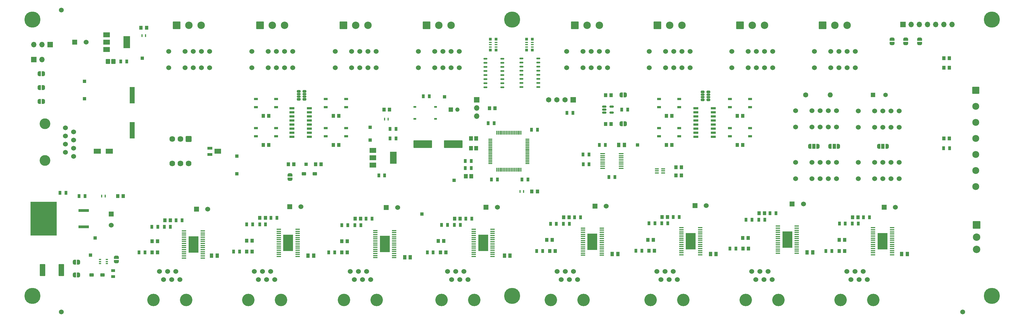
<source format=gts>
G04 #@! TF.GenerationSoftware,KiCad,Pcbnew,7.0.7*
G04 #@! TF.CreationDate,2024-04-19T12:39:07-04:00*
G04 #@! TF.ProjectId,AOML_AB_3.0_reorganized-v2,414f4d4c-5f41-4425-9f33-2e305f72656f,1*
G04 #@! TF.SameCoordinates,Original*
G04 #@! TF.FileFunction,Soldermask,Top*
G04 #@! TF.FilePolarity,Negative*
%FSLAX46Y46*%
G04 Gerber Fmt 4.6, Leading zero omitted, Abs format (unit mm)*
G04 Created by KiCad (PCBNEW 7.0.7) date 2024-04-19 12:39:07*
%MOMM*%
%LPD*%
G01*
G04 APERTURE LIST*
G04 Aperture macros list*
%AMRoundRect*
0 Rectangle with rounded corners*
0 $1 Rounding radius*
0 $2 $3 $4 $5 $6 $7 $8 $9 X,Y pos of 4 corners*
0 Add a 4 corners polygon primitive as box body*
4,1,4,$2,$3,$4,$5,$6,$7,$8,$9,$2,$3,0*
0 Add four circle primitives for the rounded corners*
1,1,$1+$1,$2,$3*
1,1,$1+$1,$4,$5*
1,1,$1+$1,$6,$7*
1,1,$1+$1,$8,$9*
0 Add four rect primitives between the rounded corners*
20,1,$1+$1,$2,$3,$4,$5,0*
20,1,$1+$1,$4,$5,$6,$7,0*
20,1,$1+$1,$6,$7,$8,$9,0*
20,1,$1+$1,$8,$9,$2,$3,0*%
%AMFreePoly0*
4,1,19,0.550000,-0.750000,0.000000,-0.750000,0.000000,-0.744911,-0.071157,-0.744911,-0.207708,-0.704816,-0.327430,-0.627875,-0.420627,-0.520320,-0.479746,-0.390866,-0.500000,-0.250000,-0.500000,0.250000,-0.479746,0.390866,-0.420627,0.520320,-0.327430,0.627875,-0.207708,0.704816,-0.071157,0.744911,0.000000,0.744911,0.000000,0.750000,0.550000,0.750000,0.550000,-0.750000,0.550000,-0.750000,
$1*%
%AMFreePoly1*
4,1,19,0.000000,0.744911,0.071157,0.744911,0.207708,0.704816,0.327430,0.627875,0.420627,0.520320,0.479746,0.390866,0.500000,0.250000,0.500000,-0.250000,0.479746,-0.390866,0.420627,-0.520320,0.327430,-0.627875,0.207708,-0.704816,0.071157,-0.744911,0.000000,-0.744911,0.000000,-0.750000,-0.550000,-0.750000,-0.550000,0.750000,0.000000,0.750000,0.000000,0.744911,0.000000,0.744911,
$1*%
%AMFreePoly2*
4,1,19,0.500000,-0.750000,0.000000,-0.750000,0.000000,-0.744911,-0.071157,-0.744911,-0.207708,-0.704816,-0.327430,-0.627875,-0.420627,-0.520320,-0.479746,-0.390866,-0.500000,-0.250000,-0.500000,0.250000,-0.479746,0.390866,-0.420627,0.520320,-0.327430,0.627875,-0.207708,0.704816,-0.071157,0.744911,0.000000,0.744911,0.000000,0.750000,0.500000,0.750000,0.500000,-0.750000,0.500000,-0.750000,
$1*%
%AMFreePoly3*
4,1,19,0.000000,0.744911,0.071157,0.744911,0.207708,0.704816,0.327430,0.627875,0.420627,0.520320,0.479746,0.390866,0.500000,0.250000,0.500000,-0.250000,0.479746,-0.390866,0.420627,-0.520320,0.327430,-0.627875,0.207708,-0.704816,0.071157,-0.744911,0.000000,-0.744911,0.000000,-0.750000,-0.500000,-0.750000,-0.500000,0.750000,0.000000,0.750000,0.000000,0.744911,0.000000,0.744911,
$1*%
G04 Aperture macros list end*
%ADD10C,1.500000*%
%ADD11R,1.200000X0.400000*%
%ADD12C,1.524000*%
%ADD13C,3.327400*%
%ADD14RoundRect,0.102000X-1.050000X-1.050000X1.050000X-1.050000X1.050000X1.050000X-1.050000X1.050000X0*%
%ADD15C,2.304000*%
%ADD16RoundRect,0.102000X-0.975000X0.975000X-0.975000X-0.975000X0.975000X-0.975000X0.975000X0.975000X0*%
%ADD17C,2.154000*%
%ADD18R,0.855600X1.250000*%
%ADD19R,1.016000X1.219200*%
%ADD20R,1.200000X0.800000*%
%ADD21C,5.000000*%
%ADD22R,0.650001X0.399999*%
%ADD23FreePoly0,0.000000*%
%ADD24R,1.000000X1.500000*%
%ADD25FreePoly1,0.000000*%
%ADD26R,1.305598X1.449997*%
%ADD27R,1.000000X1.000000*%
%ADD28RoundRect,0.150000X-0.512500X-0.150000X0.512500X-0.150000X0.512500X0.150000X-0.512500X0.150000X0*%
%ADD29R,1.066800X1.346200*%
%ADD30R,1.524000X1.524000*%
%ADD31FreePoly2,0.000000*%
%ADD32FreePoly3,0.000000*%
%ADD33R,2.000000X1.500000*%
%ADD34R,2.000000X3.800000*%
%ADD35FreePoly2,270.000000*%
%ADD36FreePoly3,270.000000*%
%ADD37R,1.700000X1.700000*%
%ADD38O,1.700000X1.700000*%
%ADD39RoundRect,0.102000X-0.550000X-0.690000X0.550000X-0.690000X0.550000X0.690000X-0.550000X0.690000X0*%
%ADD40R,1.651000X1.651000*%
%ADD41C,1.651000*%
%ADD42O,1.250000X0.549999*%
%ADD43R,1.525000X0.650000*%
%ADD44RoundRect,0.102000X0.730000X1.720000X-0.730000X1.720000X-0.730000X-1.720000X0.730000X-1.720000X0*%
%ADD45RoundRect,0.102000X-0.605000X-0.365000X0.605000X-0.365000X0.605000X0.365000X-0.605000X0.365000X0*%
%ADD46R,1.193800X0.304800*%
%ADD47R,0.304800X1.193800*%
%ADD48RoundRect,0.102000X2.800000X1.050000X-2.800000X1.050000X-2.800000X-1.050000X2.800000X-1.050000X0*%
%ADD49R,0.457200X0.812800*%
%ADD50R,1.475000X0.450000*%
%ADD51R,3.100000X5.180000*%
%ADD52C,1.600000*%
%ADD53O,1.600000X1.600000*%
%ADD54R,0.889000X0.914400*%
%ADD55R,0.889000X0.406400*%
%ADD56R,1.600200X5.105400*%
%ADD57R,2.184400X1.625600*%
%ADD58C,1.784000*%
%ADD59RoundRect,0.102000X0.790000X0.790000X-0.790000X0.790000X-0.790000X-0.790000X0.790000X-0.790000X0*%
%ADD60R,3.200400X0.939800*%
%ADD61R,8.204200X10.591800*%
%ADD62RoundRect,0.193500X-0.358500X-0.213500X0.358500X-0.213500X0.358500X0.213500X-0.358500X0.213500X0*%
%ADD63RoundRect,0.170900X-0.381100X-0.196100X0.381100X-0.196100X0.381100X0.196100X-0.381100X0.196100X0*%
%ADD64RoundRect,0.102000X-1.050000X1.050000X-1.050000X-1.050000X1.050000X-1.050000X1.050000X1.050000X0*%
%ADD65R,1.397000X1.397000*%
%ADD66C,1.397000*%
%ADD67R,1.549400X0.939800*%
%ADD68R,2.133600X1.498600*%
%ADD69R,0.952500X0.558800*%
%ADD70R,1.168400X1.447800*%
%ADD71R,1.250000X0.855600*%
%ADD72RoundRect,0.100000X-0.637500X-0.100000X0.637500X-0.100000X0.637500X0.100000X-0.637500X0.100000X0*%
%ADD73R,1.320800X1.320800*%
%ADD74C,1.320800*%
%ADD75C,3.860800*%
G04 APERTURE END LIST*
D10*
X347000000Y-183000000D03*
X67000000Y-183000000D03*
X67000000Y-89000000D03*
D11*
X252000000Y-138450000D03*
X252000000Y-139100000D03*
X252000000Y-139750000D03*
X253900000Y-139750000D03*
X253900000Y-139100000D03*
X253900000Y-138450000D03*
D12*
X68229001Y-125659900D03*
X70769001Y-126929900D03*
X68229001Y-128199900D03*
X70769001Y-129469900D03*
X68229001Y-130739900D03*
X70769001Y-132009900D03*
X68229001Y-133279900D03*
X70769001Y-134549900D03*
D13*
X61869001Y-124389900D03*
X61869001Y-135819900D03*
D14*
X102827300Y-93750000D03*
D15*
X106637300Y-93750000D03*
X110447300Y-93750000D03*
D12*
X295050000Y-125400000D03*
X300130000Y-125400000D03*
X302670000Y-125400000D03*
X305210000Y-125400000D03*
X307750000Y-125400000D03*
X307750000Y-120320000D03*
X305210000Y-120320000D03*
X302670000Y-120320000D03*
X300130000Y-120320000D03*
X295050000Y-120320000D03*
D16*
X351000000Y-114000000D03*
D17*
X351000000Y-119000000D03*
X351000000Y-124000000D03*
X351000000Y-129000000D03*
X351000000Y-134000000D03*
X351000000Y-139000000D03*
X351000000Y-144000000D03*
D18*
X72468900Y-146960000D03*
X74324500Y-146960000D03*
D19*
X276949400Y-122000000D03*
X278651200Y-122000000D03*
D18*
X150000000Y-164500000D03*
X151855600Y-164500000D03*
X316156400Y-153500000D03*
X318012000Y-153500000D03*
D20*
X252650300Y-125730000D03*
X252650300Y-128270000D03*
X258950300Y-128270000D03*
X258950300Y-125730000D03*
D21*
X58000000Y-178000000D03*
D18*
X124572200Y-155725000D03*
X126427800Y-155725000D03*
D22*
X79039001Y-166670999D03*
X79039001Y-167321000D03*
X79039001Y-167970999D03*
X81089002Y-167970999D03*
X81089002Y-167321000D03*
X81089002Y-166670999D03*
D12*
X275256380Y-107000000D03*
X280336380Y-107000000D03*
X282876380Y-107000000D03*
X285416380Y-107000000D03*
X287956380Y-107000000D03*
X287956380Y-101920000D03*
X285416380Y-101920000D03*
X282876380Y-101920000D03*
X280336380Y-101920000D03*
X275256380Y-101920000D03*
D23*
X305750000Y-131480000D03*
D24*
X307050000Y-131480000D03*
D25*
X308350000Y-131480000D03*
D18*
X202475000Y-141750000D03*
X200619400Y-141750000D03*
D26*
X195802799Y-132000000D03*
X194197201Y-132000000D03*
D12*
X100300000Y-107000000D03*
X105380000Y-107000000D03*
X107920000Y-107000000D03*
X110460000Y-107000000D03*
X113000000Y-107000000D03*
X113000000Y-101920000D03*
X110460000Y-101920000D03*
X107920000Y-101920000D03*
X105380000Y-101920000D03*
X100300000Y-101920000D03*
D19*
X130350900Y-153725000D03*
X128649100Y-153725000D03*
X255265100Y-153425000D03*
X253563300Y-153425000D03*
D27*
X77468900Y-159960000D03*
D28*
X235606800Y-119050000D03*
X235606800Y-120000000D03*
X235606800Y-120950000D03*
X237881800Y-120950000D03*
X237881800Y-119050000D03*
D19*
X341149100Y-107000000D03*
X342850900Y-107000000D03*
D29*
X300376300Y-164500000D03*
X298623700Y-164500000D03*
D30*
X198914200Y-150425000D03*
D12*
X202419400Y-150425000D03*
D14*
X180447300Y-93750000D03*
D15*
X184257300Y-93750000D03*
X188067300Y-93750000D03*
D31*
X60100000Y-108800000D03*
D32*
X61400000Y-108800000D03*
D33*
X81000000Y-96700000D03*
X81000000Y-99000000D03*
D34*
X87300000Y-99000000D03*
D33*
X81000000Y-101300000D03*
D35*
X84039000Y-166021000D03*
D36*
X84039000Y-167321000D03*
D35*
X329300000Y-98100000D03*
D36*
X329300000Y-99400000D03*
D18*
X102644400Y-154500000D03*
X104500000Y-154500000D03*
D19*
X257899100Y-138000000D03*
X259600900Y-138000000D03*
D14*
X277783680Y-93750000D03*
D15*
X281593680Y-93750000D03*
X285403680Y-93750000D03*
D30*
X82468900Y-152494800D03*
D12*
X82468900Y-156000000D03*
D27*
X246000000Y-131000000D03*
D19*
X124576900Y-160842600D03*
X126278700Y-160842600D03*
X154076900Y-161000000D03*
X155778700Y-161000000D03*
D27*
X143000000Y-137000000D03*
D37*
X328400000Y-93475000D03*
D38*
X330940000Y-93475000D03*
X333480000Y-93475000D03*
X336020000Y-93475000D03*
X338560000Y-93475000D03*
X341100000Y-93475000D03*
X343640000Y-93475000D03*
D18*
X234072200Y-131000000D03*
X235927800Y-131000000D03*
D30*
X293976150Y-149425000D03*
D12*
X297481350Y-149425000D03*
D19*
X285412900Y-152275000D03*
X283711100Y-152275000D03*
D12*
X223923048Y-107000000D03*
X229003048Y-107000000D03*
X231543048Y-107000000D03*
X234083048Y-107000000D03*
X236623048Y-107000000D03*
X236623048Y-101920000D03*
X234083048Y-101920000D03*
X231543048Y-101920000D03*
X229003048Y-101920000D03*
X223923048Y-101920000D03*
D35*
X333600000Y-98100000D03*
D36*
X333600000Y-99400000D03*
D19*
X314435100Y-153500000D03*
X312733300Y-153500000D03*
D29*
X175376300Y-166000000D03*
X173623700Y-166000000D03*
D19*
X95149100Y-161000000D03*
X96850900Y-161000000D03*
D18*
X241072200Y-120000000D03*
X242927800Y-120000000D03*
X199547200Y-124250000D03*
X201402800Y-124250000D03*
D27*
X74200000Y-116600000D03*
D39*
X81424000Y-105000000D03*
X83150000Y-105000000D03*
D18*
X222915200Y-155550000D03*
X224770800Y-155550000D03*
D40*
X226000000Y-117000000D03*
D41*
X223460000Y-117000000D03*
X220920000Y-117000000D03*
X218380000Y-117000000D03*
D37*
X58460000Y-104400000D03*
D38*
X61000000Y-104400000D03*
D18*
X283634200Y-154275000D03*
X285489800Y-154275000D03*
D19*
X151437100Y-122000000D03*
X153138900Y-122000000D03*
X217798200Y-160550000D03*
X219500000Y-160550000D03*
D42*
X209874999Y-104055000D03*
X209874999Y-105325000D03*
X209874999Y-106595000D03*
X209874999Y-107865000D03*
X209874999Y-109135000D03*
X209874999Y-110405000D03*
X209874999Y-111675000D03*
X209874999Y-112945000D03*
X215124999Y-112945000D03*
X215124999Y-111675000D03*
X215124999Y-110405000D03*
X215124999Y-109135000D03*
X215124999Y-107865000D03*
X215124999Y-106595000D03*
X215124999Y-105325000D03*
X215124999Y-104055000D03*
D19*
X184076900Y-160925000D03*
X185778700Y-160925000D03*
D29*
X240123700Y-131000000D03*
X241876300Y-131000000D03*
D43*
X138576000Y-119555000D03*
X138576000Y-120825000D03*
X138576000Y-122095000D03*
X138576000Y-123365000D03*
X138576000Y-124635000D03*
X138576000Y-125905000D03*
X138576000Y-127175000D03*
X138576000Y-128445000D03*
X144000000Y-128445000D03*
X144000000Y-127175000D03*
X144000000Y-125905000D03*
X144000000Y-124635000D03*
X144000000Y-123365000D03*
X144000000Y-122095000D03*
X144000000Y-120825000D03*
X144000000Y-119555000D03*
D29*
X329752600Y-165000000D03*
X328000000Y-165000000D03*
D18*
X179441600Y-115832200D03*
X181297200Y-115832200D03*
D19*
X341149100Y-104000000D03*
X342850900Y-104000000D03*
D27*
X186000000Y-116000000D03*
D18*
X304500000Y-164000000D03*
X306355600Y-164000000D03*
X154072200Y-156000000D03*
X155927800Y-156000000D03*
X249486400Y-155425000D03*
X251342000Y-155425000D03*
D27*
X162927800Y-129500000D03*
D21*
X58000000Y-92000000D03*
X356000000Y-178000000D03*
D19*
X95149100Y-164500000D03*
X96850900Y-164500000D03*
X308576900Y-160600000D03*
X310278700Y-160600000D03*
D27*
X179000000Y-152500000D03*
D12*
X295050000Y-141480000D03*
X300130000Y-141480000D03*
X302670000Y-141480000D03*
X305210000Y-141480000D03*
X307750000Y-141480000D03*
X307750000Y-136400000D03*
X305210000Y-136400000D03*
X302670000Y-136400000D03*
X300130000Y-136400000D03*
X295050000Y-136400000D03*
D20*
X127426000Y-125730000D03*
X127426000Y-128270000D03*
X133726000Y-128270000D03*
X133726000Y-125730000D03*
D44*
X67000000Y-170000000D03*
X61148000Y-170000000D03*
D23*
X320901400Y-131480000D03*
D24*
X322201400Y-131480000D03*
D25*
X323501400Y-131480000D03*
D45*
X79719000Y-171500000D03*
X76359000Y-171500000D03*
D18*
X287134200Y-152275000D03*
X288989800Y-152275000D03*
D46*
X200250001Y-129250000D03*
X200250001Y-129749999D03*
X200250001Y-130250000D03*
X200250001Y-130749999D03*
X200250001Y-131250001D03*
X200250001Y-131750000D03*
X200250001Y-132249999D03*
X200250001Y-132750000D03*
X200250001Y-133250000D03*
X200250001Y-133750001D03*
X200250001Y-134250000D03*
X200250001Y-134749999D03*
X200250001Y-135250001D03*
X200250001Y-135750000D03*
X200250001Y-136250001D03*
X200250001Y-136750000D03*
D47*
X202250000Y-138749999D03*
X202749999Y-138749999D03*
X203250000Y-138749999D03*
X203749999Y-138749999D03*
X204250001Y-138749999D03*
X204750000Y-138749999D03*
X205249999Y-138749999D03*
X205750000Y-138749999D03*
X206250000Y-138749999D03*
X206750001Y-138749999D03*
X207250000Y-138749999D03*
X207749999Y-138749999D03*
X208250001Y-138749999D03*
X208750000Y-138749999D03*
X209250001Y-138749999D03*
X209750000Y-138749999D03*
D46*
X211749999Y-136750000D03*
X211749999Y-136250001D03*
X211749999Y-135750000D03*
X211749999Y-135250001D03*
X211749999Y-134749999D03*
X211749999Y-134250000D03*
X211749999Y-133750001D03*
X211749999Y-133250000D03*
X211749999Y-132750000D03*
X211749999Y-132249999D03*
X211749999Y-131750000D03*
X211749999Y-131250001D03*
X211749999Y-130749999D03*
X211749999Y-130250000D03*
X211749999Y-129749999D03*
X211749999Y-129250000D03*
D47*
X209750000Y-127250001D03*
X209250001Y-127250001D03*
X208750000Y-127250001D03*
X208250001Y-127250001D03*
X207749999Y-127250001D03*
X207250000Y-127250001D03*
X206750001Y-127250001D03*
X206250000Y-127250001D03*
X205750000Y-127250001D03*
X205249999Y-127250001D03*
X204750000Y-127250001D03*
X204250001Y-127250001D03*
X203749999Y-127250001D03*
X203250000Y-127250001D03*
X202749999Y-127250001D03*
X202250000Y-127250001D03*
D18*
X192644450Y-153925000D03*
X194500050Y-153925000D03*
D48*
X188750000Y-130750000D03*
X179250000Y-130750000D03*
D18*
X218915200Y-155550000D03*
X220770800Y-155550000D03*
D21*
X356000000Y-92000000D03*
D20*
X149138000Y-116730000D03*
X149138000Y-119270000D03*
X155438000Y-119270000D03*
X155438000Y-116730000D03*
D21*
X207000000Y-92000000D03*
D18*
X194330600Y-136000000D03*
X192475000Y-136000000D03*
D20*
X274645000Y-116730000D03*
X274645000Y-119270000D03*
X280945000Y-119270000D03*
X280945000Y-116730000D03*
D14*
X252117014Y-93750000D03*
D15*
X255927014Y-93750000D03*
X259737014Y-93750000D03*
D18*
X128572200Y-155725000D03*
X130427800Y-155725000D03*
X237072200Y-141000000D03*
X238927800Y-141000000D03*
D12*
X300923048Y-107000000D03*
X306003048Y-107000000D03*
X308543048Y-107000000D03*
X311083048Y-107000000D03*
X313623048Y-107000000D03*
X313623048Y-101920000D03*
X311083048Y-101920000D03*
X308543048Y-101920000D03*
X306003048Y-101920000D03*
X300923048Y-101920000D03*
D18*
X229072200Y-137000000D03*
X230927800Y-137000000D03*
X120500000Y-164225000D03*
X122355600Y-164225000D03*
D20*
X252645000Y-116730000D03*
X252645000Y-119270000D03*
X258945000Y-119270000D03*
X258945000Y-116730000D03*
D18*
X257058600Y-153425000D03*
X258914200Y-153425000D03*
D37*
X63480000Y-99800000D03*
D38*
X60940000Y-99800000D03*
X58400000Y-99800000D03*
D12*
X126173333Y-107000000D03*
X131253333Y-107000000D03*
X133793333Y-107000000D03*
X136333333Y-107000000D03*
X138873333Y-107000000D03*
X138873333Y-101920000D03*
X136333333Y-101920000D03*
X133793333Y-101920000D03*
X131253333Y-101920000D03*
X126173333Y-101920000D03*
D42*
X198750000Y-104150000D03*
X198750000Y-105420000D03*
X198750000Y-106690000D03*
X198750000Y-107960000D03*
X198750000Y-109230000D03*
X198750000Y-110500000D03*
X198750000Y-111770000D03*
X198750000Y-113040000D03*
X204000000Y-113040000D03*
X204000000Y-111770000D03*
X204000000Y-110500000D03*
X204000000Y-109230000D03*
X204000000Y-107960000D03*
X204000000Y-106690000D03*
X204000000Y-105420000D03*
X204000000Y-104150000D03*
D29*
X115376300Y-165500000D03*
X113623700Y-165500000D03*
D49*
X80611900Y-146960000D03*
X79468900Y-146960000D03*
D19*
X218721300Y-164050000D03*
X220423100Y-164050000D03*
X190850950Y-153925000D03*
X189149150Y-153925000D03*
D18*
X279634200Y-154275000D03*
X281489800Y-154275000D03*
D12*
X314501400Y-141480000D03*
X319581400Y-141480000D03*
X322121400Y-141480000D03*
X324661400Y-141480000D03*
X327201400Y-141480000D03*
X327201400Y-136400000D03*
X324661400Y-136400000D03*
X322121400Y-136400000D03*
X319581400Y-136400000D03*
X314501400Y-136400000D03*
D27*
X121500000Y-134500000D03*
D30*
X167914150Y-150500000D03*
D12*
X171419350Y-150500000D03*
D19*
X151437100Y-131000000D03*
X153138900Y-131000000D03*
D27*
X189000000Y-142000000D03*
D26*
X195802799Y-129000000D03*
X194197201Y-129000000D03*
D12*
X177920000Y-107000000D03*
X183000000Y-107000000D03*
X185540000Y-107000000D03*
X188080000Y-107000000D03*
X190620000Y-107000000D03*
X190620000Y-101920000D03*
X188080000Y-101920000D03*
X185540000Y-101920000D03*
X183000000Y-101920000D03*
X177920000Y-101920000D03*
D21*
X207000000Y-178000000D03*
D19*
X86170700Y-146960000D03*
X84468900Y-146960000D03*
D18*
X308656400Y-155500000D03*
X310512000Y-155500000D03*
D27*
X162927800Y-125500000D03*
D19*
X184721300Y-164425000D03*
X186423100Y-164425000D03*
D50*
X259562000Y-156775000D03*
X259562000Y-157425000D03*
X259562000Y-158075000D03*
X259562000Y-158725000D03*
X259562000Y-159375000D03*
X259562000Y-160025000D03*
X259562000Y-160675000D03*
X259562000Y-161325000D03*
X259562000Y-161975000D03*
X259562000Y-162625000D03*
X259562000Y-163275000D03*
X259562000Y-163925000D03*
X259562000Y-164575000D03*
X259562000Y-165225000D03*
X265438000Y-165225000D03*
X265438000Y-164575000D03*
X265438000Y-163925000D03*
X265438000Y-163275000D03*
X265438000Y-162625000D03*
X265438000Y-161975000D03*
X265438000Y-161325000D03*
X265438000Y-160675000D03*
X265438000Y-160025000D03*
X265438000Y-159375000D03*
X265438000Y-158725000D03*
X265438000Y-158075000D03*
X265438000Y-157425000D03*
X265438000Y-156775000D03*
D51*
X262500000Y-161000000D03*
D27*
X76039000Y-165321000D03*
D52*
X298240000Y-115400000D03*
D53*
X305860000Y-115400000D03*
D29*
X206376300Y-165500000D03*
X204623700Y-165500000D03*
D18*
X99000000Y-156500000D03*
X100855600Y-156500000D03*
X194330600Y-138250000D03*
X192475000Y-138250000D03*
D27*
X92150000Y-104000000D03*
D18*
X230855600Y-134000000D03*
X229000000Y-134000000D03*
D54*
X211500000Y-98096400D03*
D55*
X211500000Y-99074300D03*
X211500000Y-99798200D03*
X211500000Y-100522100D03*
D54*
X211500000Y-101500000D03*
X213278000Y-101500000D03*
D55*
X213278000Y-100522100D03*
X213278000Y-99798200D03*
X213278000Y-99074300D03*
D54*
X213278000Y-98096400D03*
D18*
X245423100Y-163925000D03*
X247278700Y-163925000D03*
X66541100Y-145960000D03*
X68396700Y-145960000D03*
X158144400Y-156000000D03*
X160000000Y-156000000D03*
D56*
X89000000Y-126461000D03*
X89000000Y-115539000D03*
D30*
X71150000Y-99000000D03*
D12*
X74655200Y-99000000D03*
D18*
X95072200Y-156500000D03*
X96927800Y-156500000D03*
D50*
X105062000Y-157775000D03*
X105062000Y-158425000D03*
X105062000Y-159075000D03*
X105062000Y-159725000D03*
X105062000Y-160375000D03*
X105062000Y-161025000D03*
X105062000Y-161675000D03*
X105062000Y-162325000D03*
X105062000Y-162975000D03*
X105062000Y-163625000D03*
X105062000Y-164275000D03*
X105062000Y-164925000D03*
X105062000Y-165575000D03*
X105062000Y-166225000D03*
X110938000Y-166225000D03*
X110938000Y-165575000D03*
X110938000Y-164925000D03*
X110938000Y-164275000D03*
X110938000Y-163625000D03*
X110938000Y-162975000D03*
X110938000Y-162325000D03*
X110938000Y-161675000D03*
X110938000Y-161025000D03*
X110938000Y-160375000D03*
X110938000Y-159725000D03*
X110938000Y-159075000D03*
X110938000Y-158425000D03*
X110938000Y-157775000D03*
D51*
X108000000Y-162000000D03*
D57*
X81854200Y-133000000D03*
X78145800Y-133000000D03*
D12*
X314501400Y-125480000D03*
X319581400Y-125480000D03*
X322121400Y-125480000D03*
X324661400Y-125480000D03*
X327201400Y-125480000D03*
X327201400Y-120400000D03*
X324661400Y-120400000D03*
X322121400Y-120400000D03*
X319581400Y-120400000D03*
X314501400Y-120400000D03*
D19*
X254944100Y-122000000D03*
X256645900Y-122000000D03*
D29*
X270376300Y-165000000D03*
X268623700Y-165000000D03*
D31*
X60100000Y-117500000D03*
D32*
X61400000Y-117500000D03*
D14*
X128700633Y-93750000D03*
D15*
X132510633Y-93750000D03*
X136320633Y-93750000D03*
D18*
X213047200Y-126250000D03*
X214902800Y-126250000D03*
D33*
X163777800Y-132700000D03*
X163777800Y-135000000D03*
D34*
X170077800Y-135000000D03*
D33*
X163777800Y-137300000D03*
D19*
X249500000Y-163925000D03*
X251201800Y-163925000D03*
D58*
X106540000Y-136810000D03*
X104000000Y-136810000D03*
X101460000Y-136810000D03*
X101460000Y-129190000D03*
X104000000Y-129190000D03*
D59*
X106540000Y-129190000D03*
D43*
X264083000Y-119555000D03*
X264083000Y-120825000D03*
X264083000Y-122095000D03*
X264083000Y-123365000D03*
X264083000Y-124635000D03*
X264083000Y-125905000D03*
X264083000Y-127175000D03*
X264083000Y-128445000D03*
X269507000Y-128445000D03*
X269507000Y-127175000D03*
X269507000Y-125905000D03*
X269507000Y-124635000D03*
X269507000Y-123365000D03*
X269507000Y-122095000D03*
X269507000Y-120825000D03*
X269507000Y-119555000D03*
D19*
X129725100Y-131000000D03*
X131426900Y-131000000D03*
D50*
X229000000Y-156900000D03*
X229000000Y-157550000D03*
X229000000Y-158200000D03*
X229000000Y-158850000D03*
X229000000Y-159500000D03*
X229000000Y-160150000D03*
X229000000Y-160800000D03*
X229000000Y-161450000D03*
X229000000Y-162100000D03*
X229000000Y-162750000D03*
X229000000Y-163400000D03*
X229000000Y-164050000D03*
X229000000Y-164700000D03*
X229000000Y-165350000D03*
X234876000Y-165350000D03*
X234876000Y-164700000D03*
X234876000Y-164050000D03*
X234876000Y-163400000D03*
X234876000Y-162750000D03*
X234876000Y-162100000D03*
X234876000Y-161450000D03*
X234876000Y-160800000D03*
X234876000Y-160150000D03*
X234876000Y-159500000D03*
X234876000Y-158850000D03*
X234876000Y-158200000D03*
X234876000Y-157550000D03*
X234876000Y-156900000D03*
D51*
X231938000Y-161125000D03*
D19*
X159923100Y-154000000D03*
X158221300Y-154000000D03*
D30*
X137914150Y-150275000D03*
D12*
X141419350Y-150275000D03*
D37*
X196000000Y-117000000D03*
D38*
X196000000Y-119540000D03*
X196000000Y-122080000D03*
D60*
X73902200Y-156540000D03*
X73902200Y-151460000D03*
D61*
X61468900Y-154000000D03*
D18*
X226415200Y-153550000D03*
X228270800Y-153550000D03*
D62*
X140723000Y-114315000D03*
D63*
X140723000Y-115155000D03*
X140723000Y-115955000D03*
D62*
X140723000Y-116795000D03*
X142493000Y-116795000D03*
D63*
X142493000Y-115955000D03*
X142493000Y-115155000D03*
D62*
X142493000Y-114315000D03*
D49*
X167356300Y-123000000D03*
X168499300Y-123000000D03*
D30*
X108932800Y-150975000D03*
D12*
X112438000Y-150975000D03*
D19*
X341149100Y-129000000D03*
X342850900Y-129000000D03*
X276944100Y-131000000D03*
X278645900Y-131000000D03*
D18*
X91072200Y-164500000D03*
X92927800Y-164500000D03*
D19*
X146000000Y-137000000D03*
X147701800Y-137000000D03*
D14*
X226450348Y-93750000D03*
D15*
X230260348Y-93750000D03*
X234070348Y-93750000D03*
D18*
X211902800Y-141750000D03*
X210047200Y-141750000D03*
D19*
X129725100Y-122000000D03*
X131426900Y-122000000D03*
X278649100Y-160000000D03*
X280350900Y-160000000D03*
X254944100Y-131000000D03*
X256645900Y-131000000D03*
D18*
X189072250Y-155925000D03*
X190927850Y-155925000D03*
D62*
X266230000Y-114520000D03*
D63*
X266230000Y-115360000D03*
X266230000Y-116160000D03*
D62*
X266230000Y-117000000D03*
X268000000Y-117000000D03*
D63*
X268000000Y-116160000D03*
X268000000Y-115360000D03*
D62*
X268000000Y-114520000D03*
D19*
X91733300Y-94500000D03*
X93435100Y-94500000D03*
D18*
X169072200Y-126000000D03*
X170927800Y-126000000D03*
D49*
X210571500Y-145500000D03*
X209428500Y-145500000D03*
D64*
X351250000Y-155940000D03*
D15*
X351250000Y-159750000D03*
X351250000Y-163560000D03*
D30*
X232757150Y-150050000D03*
D12*
X236262350Y-150050000D03*
D65*
X319081500Y-115400000D03*
D66*
X323018500Y-115400000D03*
D19*
X249149100Y-160609250D03*
X250850900Y-160609250D03*
D67*
X113115700Y-132050000D03*
D68*
X115592200Y-133000000D03*
D67*
X113115700Y-133950000D03*
D50*
X164500000Y-157648100D03*
X164500000Y-158298100D03*
X164500000Y-158948100D03*
X164500000Y-159598100D03*
X164500000Y-160248100D03*
X164500000Y-160898100D03*
X164500000Y-161548100D03*
X164500000Y-162198100D03*
X164500000Y-162848100D03*
X164500000Y-163498100D03*
X164500000Y-164148100D03*
X164500000Y-164798100D03*
X164500000Y-165448100D03*
X164500000Y-166098100D03*
X170376000Y-166098100D03*
X170376000Y-165448100D03*
X170376000Y-164798100D03*
X170376000Y-164148100D03*
X170376000Y-163498100D03*
X170376000Y-162848100D03*
X170376000Y-162198100D03*
X170376000Y-161548100D03*
X170376000Y-160898100D03*
X170376000Y-160248100D03*
X170376000Y-159598100D03*
X170376000Y-158948100D03*
X170376000Y-158298100D03*
X170376000Y-157648100D03*
D51*
X167438000Y-161873100D03*
D19*
X100850900Y-154500000D03*
X99149100Y-154500000D03*
X200000000Y-119558800D03*
X201701800Y-119558800D03*
D20*
X127426000Y-116730000D03*
X127426000Y-119270000D03*
X133726000Y-119270000D03*
X133726000Y-116730000D03*
D31*
X60100000Y-113150000D03*
D32*
X61400000Y-113150000D03*
D19*
X154076900Y-164500000D03*
X155778700Y-164500000D03*
D18*
X312656400Y-155500000D03*
X314512000Y-155500000D03*
D19*
X214850900Y-145500000D03*
X213149100Y-145500000D03*
D27*
X121500000Y-140000000D03*
D50*
X134500000Y-157275000D03*
X134500000Y-157925000D03*
X134500000Y-158575000D03*
X134500000Y-159225000D03*
X134500000Y-159875000D03*
X134500000Y-160525000D03*
X134500000Y-161175000D03*
X134500000Y-161825000D03*
X134500000Y-162475000D03*
X134500000Y-163125000D03*
X134500000Y-163775000D03*
X134500000Y-164425000D03*
X134500000Y-165075000D03*
X134500000Y-165725000D03*
X140376000Y-165725000D03*
X140376000Y-165075000D03*
X140376000Y-164425000D03*
X140376000Y-163775000D03*
X140376000Y-163125000D03*
X140376000Y-162475000D03*
X140376000Y-161825000D03*
X140376000Y-161175000D03*
X140376000Y-160525000D03*
X140376000Y-159875000D03*
X140376000Y-159225000D03*
X140376000Y-158575000D03*
X140376000Y-157925000D03*
X140376000Y-157275000D03*
D51*
X137438000Y-161500000D03*
D18*
X180644400Y-164425000D03*
X182500000Y-164425000D03*
X169072200Y-129000000D03*
X170927800Y-129000000D03*
X214644400Y-164050000D03*
X216500000Y-164050000D03*
D69*
X176818650Y-119145800D03*
X183181350Y-119145800D03*
X176818650Y-122854200D03*
X183181350Y-122854200D03*
D50*
X289562000Y-156275000D03*
X289562000Y-156925000D03*
X289562000Y-157575000D03*
X289562000Y-158225000D03*
X289562000Y-158875000D03*
X289562000Y-159525000D03*
X289562000Y-160175000D03*
X289562000Y-160825000D03*
X289562000Y-161475000D03*
X289562000Y-162125000D03*
X289562000Y-162775000D03*
X289562000Y-163425000D03*
X289562000Y-164075000D03*
X289562000Y-164725000D03*
X295438000Y-164725000D03*
X295438000Y-164075000D03*
X295438000Y-163425000D03*
X295438000Y-162775000D03*
X295438000Y-162125000D03*
X295438000Y-161475000D03*
X295438000Y-160825000D03*
X295438000Y-160175000D03*
X295438000Y-159525000D03*
X295438000Y-158875000D03*
X295438000Y-158225000D03*
X295438000Y-157575000D03*
X295438000Y-156925000D03*
X295438000Y-156275000D03*
D51*
X292500000Y-160500000D03*
D19*
X124576900Y-164225000D03*
X126278700Y-164225000D03*
D70*
X192598700Y-140750000D03*
X194351300Y-140750000D03*
D18*
X85431400Y-105000000D03*
X87287000Y-105000000D03*
D19*
X278721300Y-163275000D03*
X280423100Y-163275000D03*
D30*
X263828350Y-149925000D03*
D12*
X267333550Y-149925000D03*
D18*
X253486400Y-155425000D03*
X255342000Y-155425000D03*
D12*
X152046666Y-107000000D03*
X157126666Y-107000000D03*
X159666666Y-107000000D03*
X162206666Y-107000000D03*
X164746666Y-107000000D03*
X164746666Y-101920000D03*
X162206666Y-101920000D03*
X159666666Y-101920000D03*
X157126666Y-101920000D03*
X152046666Y-101920000D03*
D29*
X145376300Y-165500000D03*
X143623700Y-165500000D03*
D35*
X138000000Y-140350000D03*
D36*
X138000000Y-141650000D03*
D30*
X322579000Y-150425000D03*
D12*
X326084200Y-150425000D03*
D71*
X83039000Y-170144400D03*
X83039000Y-172000000D03*
D50*
X195062000Y-157275000D03*
X195062000Y-157925000D03*
X195062000Y-158575000D03*
X195062000Y-159225000D03*
X195062000Y-159875000D03*
X195062000Y-160525000D03*
X195062000Y-161175000D03*
X195062000Y-161825000D03*
X195062000Y-162475000D03*
X195062000Y-163125000D03*
X195062000Y-163775000D03*
X195062000Y-164425000D03*
X195062000Y-165075000D03*
X195062000Y-165725000D03*
X200938000Y-165725000D03*
X200938000Y-165075000D03*
X200938000Y-164425000D03*
X200938000Y-163775000D03*
X200938000Y-163125000D03*
X200938000Y-162475000D03*
X200938000Y-161825000D03*
X200938000Y-161175000D03*
X200938000Y-160525000D03*
X200938000Y-159875000D03*
X200938000Y-159225000D03*
X200938000Y-158575000D03*
X200938000Y-157925000D03*
X200938000Y-157275000D03*
D51*
X198000000Y-161500000D03*
D54*
X200222000Y-98096400D03*
D55*
X200222000Y-99074300D03*
X200222000Y-99798200D03*
X200222000Y-100522100D03*
D54*
X200222000Y-101500000D03*
X202000000Y-101500000D03*
D55*
X202000000Y-100522100D03*
X202000000Y-99798200D03*
X202000000Y-99074300D03*
D54*
X202000000Y-98096400D03*
D12*
X249589714Y-107000000D03*
X254669714Y-107000000D03*
X257209714Y-107000000D03*
X259749714Y-107000000D03*
X262289714Y-107000000D03*
X262289714Y-101920000D03*
X259749714Y-101920000D03*
X257209714Y-101920000D03*
X254669714Y-101920000D03*
X249589714Y-101920000D03*
D31*
X71039000Y-167500000D03*
D32*
X72339000Y-167500000D03*
D19*
X237732700Y-124500000D03*
X236030900Y-124500000D03*
D31*
X240881800Y-124450000D03*
D32*
X242181800Y-124450000D03*
D18*
X132072200Y-153725000D03*
X133927800Y-153725000D03*
D45*
X145680000Y-140000000D03*
X142320000Y-140000000D03*
D18*
X341072200Y-132000000D03*
X342927800Y-132000000D03*
X161644400Y-154000000D03*
X163500000Y-154000000D03*
D29*
X239876300Y-165000000D03*
X238123700Y-165000000D03*
D19*
X224693900Y-153550000D03*
X222992100Y-153550000D03*
X257899100Y-140500000D03*
X259600900Y-140500000D03*
D18*
X165572200Y-140500000D03*
X167427800Y-140500000D03*
D20*
X274645000Y-125730000D03*
X274645000Y-128270000D03*
X280945000Y-128270000D03*
X280945000Y-125730000D03*
D19*
X308576900Y-164000000D03*
X310278700Y-164000000D03*
D35*
X325000000Y-98100000D03*
D36*
X325000000Y-99400000D03*
D49*
X93150000Y-97000000D03*
X92007000Y-97000000D03*
D20*
X149138000Y-125730000D03*
X149138000Y-128270000D03*
X155438000Y-128270000D03*
X155438000Y-125730000D03*
D19*
X168927800Y-120000000D03*
X167226000Y-120000000D03*
D18*
X185072250Y-155925000D03*
X186927850Y-155925000D03*
D50*
X319146200Y-156775000D03*
X319146200Y-157425000D03*
X319146200Y-158075000D03*
X319146200Y-158725000D03*
X319146200Y-159375000D03*
X319146200Y-160025000D03*
X319146200Y-160675000D03*
X319146200Y-161325000D03*
X319146200Y-161975000D03*
X319146200Y-162625000D03*
X319146200Y-163275000D03*
X319146200Y-163925000D03*
X319146200Y-164575000D03*
X319146200Y-165225000D03*
X325022200Y-165225000D03*
X325022200Y-164575000D03*
X325022200Y-163925000D03*
X325022200Y-163275000D03*
X325022200Y-162625000D03*
X325022200Y-161975000D03*
X325022200Y-161325000D03*
X325022200Y-160675000D03*
X325022200Y-160025000D03*
X325022200Y-159375000D03*
X325022200Y-158725000D03*
X325022200Y-158075000D03*
X325022200Y-157425000D03*
X325022200Y-156775000D03*
D51*
X322084200Y-161000000D03*
D27*
X74200000Y-111200000D03*
D31*
X71039000Y-171500000D03*
D32*
X72339000Y-171500000D03*
D23*
X299450000Y-131480000D03*
D24*
X300750000Y-131480000D03*
D25*
X302050000Y-131480000D03*
D18*
X225927800Y-121000000D03*
X224072200Y-121000000D03*
D19*
X237732700Y-115500000D03*
X236030900Y-115500000D03*
X139201800Y-137000000D03*
X137500000Y-137000000D03*
D14*
X154573966Y-93750000D03*
D15*
X158383966Y-93750000D03*
X162193966Y-93750000D03*
D31*
X240881800Y-115450000D03*
D32*
X242181800Y-115450000D03*
D18*
X274644400Y-163275000D03*
X276500000Y-163275000D03*
D72*
X235137500Y-133725000D03*
X235137500Y-134375000D03*
X235137500Y-135025000D03*
X235137500Y-135675000D03*
X235137500Y-136325000D03*
X235137500Y-136975000D03*
X235137500Y-137625000D03*
X235137500Y-138275000D03*
X240862500Y-138275000D03*
X240862500Y-137625000D03*
X240862500Y-136975000D03*
X240862500Y-136325000D03*
X240862500Y-135675000D03*
X240862500Y-135025000D03*
X240862500Y-134375000D03*
X240862500Y-133725000D03*
D73*
X188000000Y-120000000D03*
D74*
X190000000Y-120000000D03*
D14*
X303450348Y-93750000D03*
D15*
X307260348Y-93750000D03*
X311070348Y-93750000D03*
D12*
X186960000Y-170360000D03*
X188230000Y-172900000D03*
X189500000Y-170360000D03*
X190770000Y-172900000D03*
X192040000Y-170360000D03*
X193310000Y-172900000D03*
D75*
X185055000Y-179250000D03*
X195215000Y-179250000D03*
D12*
X97460000Y-170360000D03*
X98730000Y-172900000D03*
X100000000Y-170360000D03*
X101270000Y-172900000D03*
X102540000Y-170360000D03*
X103810000Y-172900000D03*
D75*
X95555000Y-179250000D03*
X105715000Y-179250000D03*
D12*
X156710000Y-170360000D03*
X157980000Y-172900000D03*
X159250000Y-170360000D03*
X160520000Y-172900000D03*
X161790000Y-170360000D03*
X163060000Y-172900000D03*
D75*
X154805000Y-179250000D03*
X164965000Y-179250000D03*
D12*
X126960000Y-170360000D03*
X128230000Y-172900000D03*
X129500000Y-170360000D03*
X130770000Y-172900000D03*
X132040000Y-170360000D03*
X133310000Y-172900000D03*
D75*
X125055000Y-179250000D03*
X135215000Y-179250000D03*
D12*
X220960000Y-170360000D03*
X222230000Y-172900000D03*
X223500000Y-170360000D03*
X224770000Y-172900000D03*
X226040000Y-170360000D03*
X227310000Y-172900000D03*
D75*
X219055000Y-179250000D03*
X229215000Y-179250000D03*
D12*
X281460000Y-170360000D03*
X282730000Y-172900000D03*
X284000000Y-170360000D03*
X285270000Y-172900000D03*
X286540000Y-170360000D03*
X287810000Y-172900000D03*
D75*
X279555000Y-179250000D03*
X289715000Y-179250000D03*
D12*
X251960000Y-170360000D03*
X253230000Y-172900000D03*
X254500000Y-170360000D03*
X255770000Y-172900000D03*
X257040000Y-170360000D03*
X258310000Y-172900000D03*
D75*
X250055000Y-179250000D03*
X260215000Y-179250000D03*
D12*
X310960000Y-170360000D03*
X312230000Y-172900000D03*
X313500000Y-170360000D03*
X314770000Y-172900000D03*
X316040000Y-170360000D03*
X317310000Y-172900000D03*
D75*
X309055000Y-179250000D03*
X319215000Y-179250000D03*
M02*

</source>
